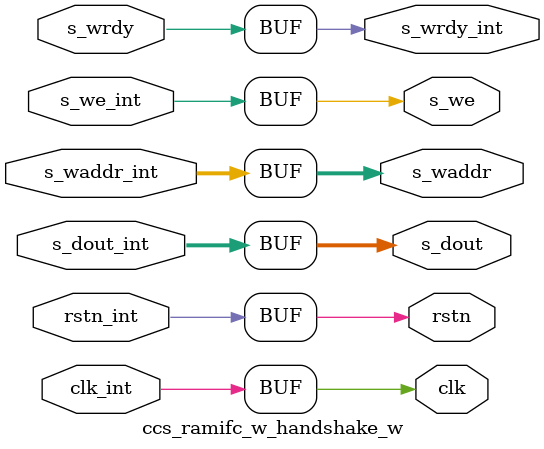
<source format=v>


module ccs_ramifc_w_handshake_w (clk_int, rstn_int, s_we_int, s_wrdy_int, s_waddr_int, s_dout_int,
                                 clk,     rstn,     s_we,     s_wrdy,     s_waddr,     s_dout);

   parameter   rscid    = 1;     // Resource ID
   parameter   depth    = 16;    // SCVerify needs depth for the transactor
   parameter   op_width = 1;     // dummy parameter for cwidth calculation
   parameter   width    = 16;    // Catapult data bus width (multiples of 8)
   parameter   addr_w   = 4;     // Catapult address bus width
   parameter   rst_ph   = 0;     // reset phase
   parameter   nopreload = 0; // SCVerify transactor needs this

   input                clk_int;
   input                rstn_int;
   
   output               s_wrdy_int;
   input                s_we_int;
   input [addr_w-1 : 0] s_waddr_int;
   input [width-1:0]    s_dout_int;
   
   output                clk;
   output                rstn;
   input                 s_wrdy;
   output                s_we;
   output [addr_w-1 : 0] s_waddr;
   output [width-1:0]    s_dout;

   assign s_wrdy_int = s_wrdy;
   assign s_we       = s_we_int;
   assign s_waddr    = s_waddr_int;
   assign s_dout     = s_dout_int;
   assign clk        = clk_int;
   assign rstn       = rstn_int;
   
endmodule


</source>
